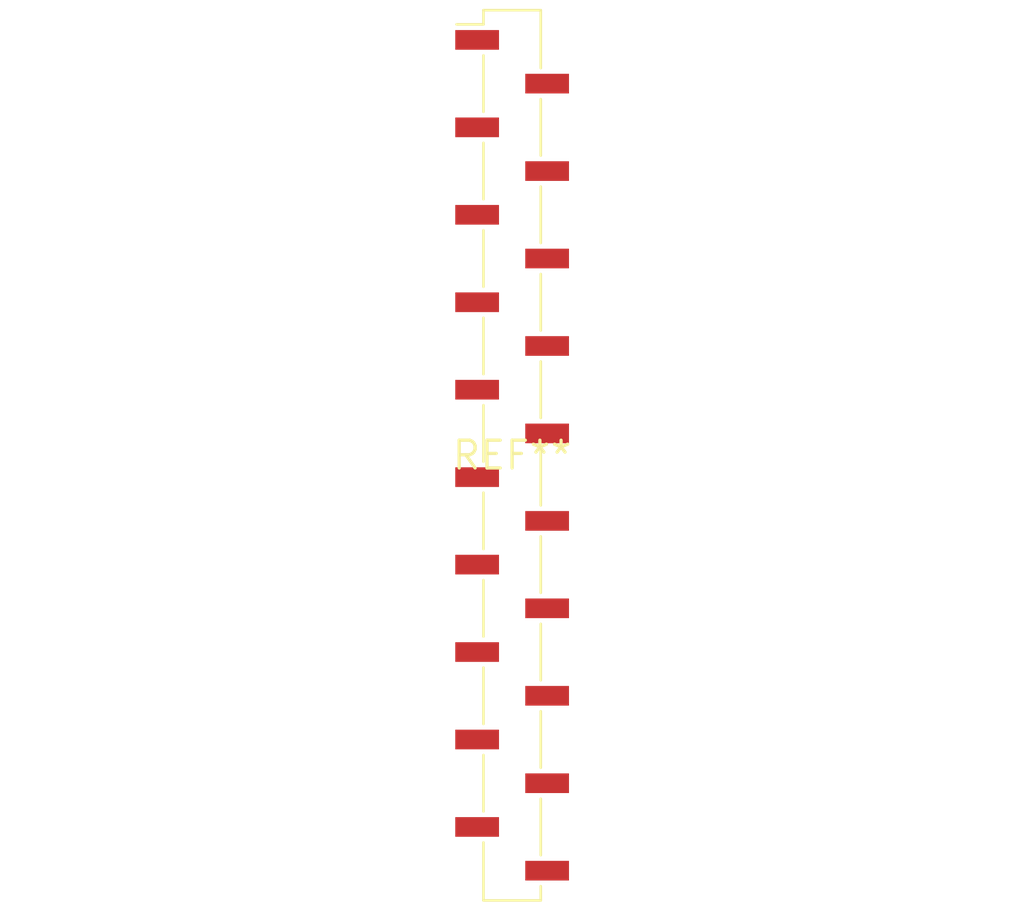
<source format=kicad_pcb>
(kicad_pcb (version 20240108) (generator pcbnew)
  (layers (0 "F.Cu" signal) (31 "B.Cu" signal) (34 "B.Paste" user) (35 "F.Paste" user) (36 "B.SilkS" user "B.Silkscreen") (37 "F.SilkS" user "F.Silkscreen") (38 "B.Mask" user) (39 "F.Mask" user) (44 "Edge.Cuts" user))
  (net 0 "")
  (footprint "PinSocket_1x20_P2.00mm_Vertical_SMD_Pin1Left" (layer "F.Cu") (at 0 0)
    (property "Reference" "REF**")
    (property "Value" "PinSocket_1x20_P2.00mm_Vertical_SMD_Pin1Left")
    (fp_line (start -2.54 -19.71) (end -1.31 -19.71) (layer "F.SilkS") (stroke (width 0.12)))
    (fp_line (start -1.31 -20.36) (end -1.31 -19.71) (layer "F.SilkS") (stroke (width 0.12)))
    (fp_line (start -1.31 -20.36) (end 1.31 -20.36) (layer "F.SilkS") (stroke (width 0.12)))
    (fp_line (start -1.31 -18.29) (end -1.31 -15.71) (layer "F.SilkS") (stroke (width 0.12)))
    (fp_line (start -1.31 -14.29) (end -1.31 -11.71) (layer "F.SilkS") (stroke (width 0.12)))
    (fp_line (start -1.31 -10.29) (end -1.31 -7.71) (layer "F.SilkS") (stroke (width 0.12)))
    (fp_line (start -1.31 -6.29) (end -1.31 -3.71) (layer "F.SilkS") (stroke (width 0.12)))
    (fp_line (start -1.31 -2.29) (end -1.31 0.29) (layer "F.SilkS") (stroke (width 0.12)))
    (fp_line (start -1.31 1.71) (end -1.31 4.29) (layer "F.SilkS") (stroke (width 0.12)))
    (fp_line (start -1.31 5.71) (end -1.31 8.29) (layer "F.SilkS") (stroke (width 0.12)))
    (fp_line (start -1.31 9.71) (end -1.31 12.29) (layer "F.SilkS") (stroke (width 0.12)))
    (fp_line (start -1.31 13.71) (end -1.31 16.29) (layer "F.SilkS") (stroke (width 0.12)))
    (fp_line (start -1.31 17.71) (end -1.31 20.36) (layer "F.SilkS") (stroke (width 0.12)))
    (fp_line (start -1.31 20.36) (end 1.31 20.36) (layer "F.SilkS") (stroke (width 0.12)))
    (fp_line (start 1.31 -20.36) (end 1.31 -17.71) (layer "F.SilkS") (stroke (width 0.12)))
    (fp_line (start 1.31 -16.29) (end 1.31 -13.71) (layer "F.SilkS") (stroke (width 0.12)))
    (fp_line (start 1.31 -12.29) (end 1.31 -9.71) (layer "F.SilkS") (stroke (width 0.12)))
    (fp_line (start 1.31 -8.29) (end 1.31 -5.71) (layer "F.SilkS") (stroke (width 0.12)))
    (fp_line (start 1.31 -4.29) (end 1.31 -1.71) (layer "F.SilkS") (stroke (width 0.12)))
    (fp_line (start 1.31 -0.29) (end 1.31 2.29) (layer "F.SilkS") (stroke (width 0.12)))
    (fp_line (start 1.31 3.71) (end 1.31 6.29) (layer "F.SilkS") (stroke (width 0.12)))
    (fp_line (start 1.31 7.71) (end 1.31 10.29) (layer "F.SilkS") (stroke (width 0.12)))
    (fp_line (start 1.31 11.71) (end 1.31 14.29) (layer "F.SilkS") (stroke (width 0.12)))
    (fp_line (start 1.31 15.71) (end 1.31 18.29) (layer "F.SilkS") (stroke (width 0.12)))
    (fp_line (start 1.31 19.71) (end 1.31 20.36) (layer "F.SilkS") (stroke (width 0.12)))
    (pad "1" smd rect (at -1.6 -19) (size 2 0.9) (layers "F.Cu" "F.Paste" "F.Mask"))
    (pad "2" smd rect (at 1.6 -17) (size 2 0.9) (layers "F.Cu" "F.Paste" "F.Mask"))
    (pad "3" smd rect (at -1.6 -15) (size 2 0.9) (layers "F.Cu" "F.Paste" "F.Mask"))
    (pad "4" smd rect (at 1.6 -13) (size 2 0.9) (layers "F.Cu" "F.Paste" "F.Mask"))
    (pad "5" smd rect (at -1.6 -11) (size 2 0.9) (layers "F.Cu" "F.Paste" "F.Mask"))
    (pad "6" smd rect (at 1.6 -9) (size 2 0.9) (layers "F.Cu" "F.Paste" "F.Mask"))
    (pad "7" smd rect (at -1.6 -7) (size 2 0.9) (layers "F.Cu" "F.Paste" "F.Mask"))
    (pad "8" smd rect (at 1.6 -5) (size 2 0.9) (layers "F.Cu" "F.Paste" "F.Mask"))
    (pad "9" smd rect (at -1.6 -3) (size 2 0.9) (layers "F.Cu" "F.Paste" "F.Mask"))
    (pad "10" smd rect (at 1.6 -1) (size 2 0.9) (layers "F.Cu" "F.Paste" "F.Mask"))
    (pad "11" smd rect (at -1.6 1) (size 2 0.9) (layers "F.Cu" "F.Paste" "F.Mask"))
    (pad "12" smd rect (at 1.6 3) (size 2 0.9) (layers "F.Cu" "F.Paste" "F.Mask"))
    (pad "13" smd rect (at -1.6 5) (size 2 0.9) (layers "F.Cu" "F.Paste" "F.Mask"))
    (pad "14" smd rect (at 1.6 7) (size 2 0.9) (layers "F.Cu" "F.Paste" "F.Mask"))
    (pad "15" smd rect (at -1.6 9) (size 2 0.9) (layers "F.Cu" "F.Paste" "F.Mask"))
    (pad "16" smd rect (at 1.6 11) (size 2 0.9) (layers "F.Cu" "F.Paste" "F.Mask"))
    (pad "17" smd rect (at -1.6 13) (size 2 0.9) (layers "F.Cu" "F.Paste" "F.Mask"))
    (pad "18" smd rect (at 1.6 15) (size 2 0.9) (layers "F.Cu" "F.Paste" "F.Mask"))
    (pad "19" smd rect (at -1.6 17) (size 2 0.9) (layers "F.Cu" "F.Paste" "F.Mask"))
    (pad "20" smd rect (at 1.6 19) (size 2 0.9) (layers "F.Cu" "F.Paste" "F.Mask"))
  )
)
</source>
